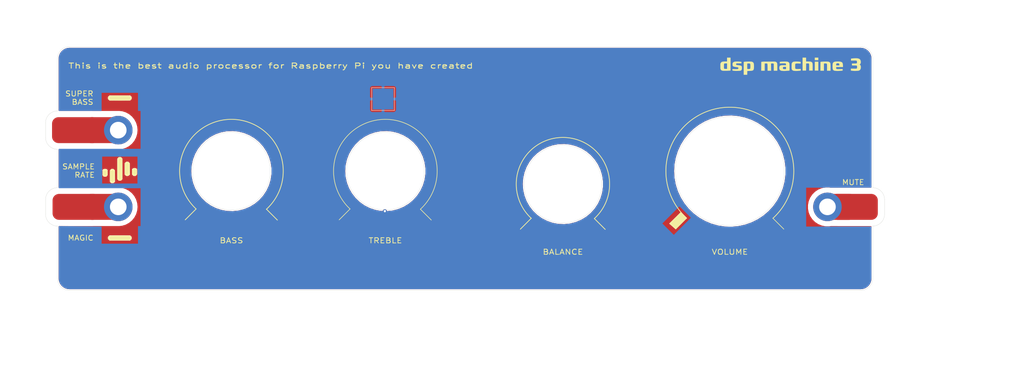
<source format=kicad_pcb>
(kicad_pcb (version 20211014) (generator pcbnew)
  (layers (0 "F.Cu" signal) (31 "B.Cu" signal) (34 "B.Paste" user) (35 "F.Paste" user) (36 "B.SilkS" user "B.Silkscreen") (37 "F.SilkS" user "F.Silkscreen") (38 "B.Mask" user) (39 "F.Mask" user) (44 "Edge.Cuts" user))
  (net 0 "")
  (net 1 "Net-(J1-Pad1)")
  (net 2 "Net-(J2-Pad1)")
  (net 3 "GND")
  (net 4 "Net-(J3-Pad1)")
  (footprint "TestPoint:TestPoint_Pad_4.0x4.0mm" (layer "F.Cu") (at 72.2 108.6)
    (fp_text reference "TP1" hide)
    (fp_text value "TestPoint")
    (pad "1" smd roundrect locked (at -2.75 0) (size 9 5) (layers "F.Cu" "F.Mask") (net 1 "Net-(J1-Pad1)") (clearance 1.2))
    (pad "1" smd oval locked (at 3 0) (size 10 5) (layers "F.Cu" "F.Mask") (net 1 "Net-(J1-Pad1)") (clearance 1.2))
  )
  (footprint "TestPoint:TestPoint_THTPad_D2.0mm_Drill1.0mm" (layer "F.Cu") (at 78 108.6)
    (fp_text reference "J1" hide)
    (fp_text value "Conn_01x01_Male")
    (pad "1" thru_hole circle locked (at -0.3 0) (size 5.5 5.5) (drill 3.2) (layers *.Cu *.Mask) (net 1 "Net-(J1-Pad1)"))
  )
  (footprint "TestPoint:TestPoint_THTPad_D2.0mm_Drill1.0mm" (layer "F.Cu") (at 77.7 123.4)
    (fp_text reference "J2" hide)
    (fp_text value "Conn_01x01_Male")
    (pad "1" thru_hole circle locked (at 0 0) (size 5.5 5.5) (drill 3.2) (layers *.Cu *.Mask) (net 2 "Net-(J2-Pad1)"))
  )
  (footprint "TestPoint:TestPoint_THTPad_D2.0mm_Drill1.0mm" (layer "F.Cu") (at 214.3 123.4)
    (fp_text reference "J3" hide)
    (fp_text value "Conn_01x01_Male")
    (pad "1" thru_hole circle locked (at 0 0) (size 5.5 5.5) (drill 3.2) (layers *.Cu *.Mask) (net 4 "Net-(J3-Pad1)") (clearance 1))
  )
  (footprint "TestPoint:TestPoint_Pad_4.0x4.0mm" (layer "F.Cu") (at 216.37 123.4)
    (fp_text reference "TP6" hide)
    (fp_text value "TestPoint")
    (pad "1" smd oval locked (at 0 0) (size 9 5) (layers "F.Cu" "F.Mask") (net 4 "Net-(J3-Pad1)") (clearance 1.2) (thermal_gap 2))
    (pad "1" smd roundrect locked (at 3.13 0) (size 9 5) (layers "F.Cu" "F.Mask") (net 4 "Net-(J3-Pad1)") (clearance 1.2) (thermal_gap 2))
  )
  (footprint "TestPoint:TestPoint_Pad_4.0x4.0mm" (layer "F.Cu") (at 72.3 123.4)
    (fp_text reference "TP1" hide)
    (fp_text value "TestPoint")
    (pad "1" smd oval locked (at 2.9 0) (size 10 5) (layers "F.Cu" "F.Mask") (net 2 "Net-(J2-Pad1)") (clearance 1.2))
    (pad "1" smd roundrect locked (at -2.75 0) (size 9 5) (layers "F.Cu" "F.Mask") (net 2 "Net-(J2-Pad1)") (clearance 1.2))
  )
  (footprint "Сайт-сом:DSPM_3" (layer "F.Cu") (at 207.2 96.260955)
    (fp_text reference "G***" hide)
    (fp_text value "LOGO" hide)
    (fp_poly (pts (xy 5.334 -1.154545) (xy 4.664364 -1.154545) (xy 4.664364 -1.639455) (xy 5.334 -1.639455) (xy 5.334 -1.154545)) (layer "F.SilkS") (width 0.01) (fill solid))
    (fp_poly (pts (xy -10.187681 -0.89227) (xy -9.978469 -0.883867) (xy -9.770153 -0.867117) (xy -9.571991 -0.842038) (xy -9.553863 -0.839196) (xy -9.467273 -0.82537) (xy -9.467273 -0.538268) (xy -9.953911 -0.540452) (xy -10.116301 -0.54094) (xy -10.238712 -0.540407) (xy -10.327344 -0.538345) (xy -10.388397 -0.534245) (xy -10.428071 -0.527598) (xy -10.452566 -0.517896) (xy -10.468083 -0.504629) (xy -10.473456 -0.497814) (xy -10.4997 -0.435694) (xy -10.503174 -0.364007) (xy -10.48703 -0.296709) (xy -10.454424 -0.247753) (xy -10.413144 -0.230909) (xy -10.383181 -0.227967) (xy -10.317525 -0.21998) (xy -10.226235 -0.208211) (xy -10.13193 -0.195627) (xy -9.924652 -0.165845) (xy -9.758837 -0.136502) (xy -9.62991 -0.104358) (xy -9.5333 -0.066174) (xy -9.464432 -0.018709) (xy -9.418734 0.041275) (xy -9.391633 0.117019) (xy -9.378555 0.211761) (xy -9.374928 0.328741) (xy -9.374909 0.340635) (xy -9.379908 0.487589) (xy -9.396613 0.599159) (xy -9.427584 0.68523) (xy -9.475382 0.755685) (xy -9.485286 0.766736) (xy -9.532561 0.81042) (xy -9.587772 0.844337) (xy -9.657285 0.869773) (xy -9.747462 0.888014) (xy -9.864668 0.900347) (xy -10.015265 0.908057) (xy -10.205619 0.912432) (xy -10.206182 0.91244) (xy -10.351456 0.914041) (xy -10.485901 0.914523) (xy -10.600742 0.913932) (xy -10.687204 0.912315) (xy -10.736514 0.909718) (xy -10.737273 0.909632) (xy -10.799031 0.902047) (xy -10.889013 0.890554) (xy -10.989673 0.877399) (xy -11.008591 0.874893) (xy -11.199091 0.849594) (xy -11.199091 0.563936) (xy -10.691295 0.573393) (xy -10.505675 0.576446) (xy -10.361099 0.576801) (xy -10.252438 0.572868) (xy -10.174567 0.563056) (xy -10.12236 0.545776) (xy -10.09069 0.519435) (xy -10.074431 0.482445) (xy -10.068457 0.433215) (xy -10.067636 0.379896) (xy -10.06822 0.325814) (xy -10.074105 0.285603) (xy -10.091493 0.256215) (xy -10.126582 0.234602) (xy -10.185573 0.217715) (xy -10.274667 0.202507) (xy -10.400065 0.185929) (xy -10.483273 0.175556) (xy -10.669483 0.150105) (xy -10.815519 0.124145) (xy -10.927358 0.095439) (xy -11.010975 0.061756) (xy -11.072345 0.02086) (xy -11.117445 -0.029483) (xy -11.142133 -0.070761) (xy -11.164505 -0.142276) (xy -11.178096 -0.243203) (xy -11.182471 -0.357534) (xy -11.177196 -0.46926) (xy -11.161835 -0.562372) (xy -11.156022 -0.581891) (xy -11.099528 -0.68105) (xy -11.006715 -0.766061) (xy -10.887029 -0.828938) (xy -10.848288 -0.841997) (xy -10.728091 -0.867188) (xy -10.571751 -0.88395) (xy -10.388528 -0.892304) (xy -10.187681 -0.89227)) (layer "F.SilkS") (width 0.01) (fill solid))
    (fp_poly (pts (xy -0.954473 -0.886098) (xy -0.793847 -0.879506) (xy -0.666074 -0.866818) (xy -0.564558 -0.846788) (xy -0.482707 -0.818168) (xy -0.413925 -0.779711) (xy -0.359946 -0.7376) (xy -0.318971 -0.698481) (xy -0.28604 -0.657091) (xy -0.260284 -0.608095) (xy -0.240836 -0.546156) (xy -0.226828 -0.46594) (xy -0.217392 -0.362112) (xy -0.211662 -0.229336) (xy -0.208768 -0.062277) (xy -0.207843 0.1444) (xy -0.207818 0.197764) (xy -0.207818 0.84912) (xy -0.305954 0.863584) (xy -0.464966 0.883067) (xy -0.647026 0.898825) (xy -0.842472 0.910609) (xy -1.041644 0.918171) (xy -1.234879 0.921262) (xy -1.412515 0.919634) (xy -1.564892 0.91304) (xy -1.682347 0.901229) (xy -1.694681 0.899276) (xy -1.824177 0.870209) (xy -1.92453 0.828053) (xy -2.012456 0.765145) (xy -2.038058 0.741887) (xy -2.100773 0.669928) (xy -2.141224 0.58848) (xy -2.163169 0.486061) (xy -2.170364 0.351191) (xy -2.170376 0.348013) (xy -1.477818 0.348013) (xy -1.474315 0.43637) (xy -1.4593 0.498702) (xy -1.426015 0.539484) (xy -1.367704 0.563187) (xy -1.277609 0.574285) (xy -1.148971 0.577251) (xy -1.131454 0.577273) (xy -0.877454 0.577273) (xy -0.877454 0.138545) (xy -1.141351 0.138545) (xy -1.272253 0.14003) (xy -1.36395 0.147368) (xy -1.423391 0.164886) (xy -1.457528 0.196912) (xy -1.47331 0.247772) (xy -1.477689 0.321795) (xy -1.477818 0.348013) (xy -2.170376 0.348013) (xy -2.170417 0.337497) (xy -2.161445 0.183349) (xy -2.132708 0.064701) (xy -2.081897 -0.025704) (xy -2.041379 -0.068078) (xy -1.989936 -0.10559) (xy -1.927463 -0.134524) (xy -1.8478 -0.155853) (xy -1.744792 -0.170551) (xy -1.61228 -0.17959) (xy -1.444107 -0.183945) (xy -1.3035 -0.184727) (xy -0.877454 -0.184727) (xy -0.877454 -0.309169) (xy -0.885649 -0.40777) (xy -0.912278 -0.475203) (xy -0.921751 -0.488124) (xy -0.937349 -0.506064) (xy -0.955203 -0.519527) (xy -0.981583 -0.529116) (xy -1.02276 -0.535432) (xy -1.085005 -0.539079) (xy -1.174588 -0.54066) (xy -1.29778 -0.540776) (xy -1.460852 -0.540031) (xy -1.461759 -0.540026) (xy -1.612106 -0.53856) (xy -1.749885 -0.535947) (xy -1.867298 -0.532437) (xy -1.956545 -0.52828) (xy -2.009828 -0.523723) (xy -2.017826 -0.522268) (xy -2.078182 -0.50712) (xy -2.078182 -0.826077) (xy -1.8415 -0.85669) (xy -1.73957 -0.866704) (xy -1.60433 -0.875407) (xy -1.448645 -0.882216) (xy -1.28538 -0.886547) (xy -1.154545 -0.887841) (xy -0.954473 -0.886098)) (layer "F.SilkS") (width 0.01) (fill solid))
    (fp_poly (pts (xy 12.790634 -1.514452) (xy 12.991277 -1.487092) (xy 13.154878 -1.439674) (xy 13.284475 -1.370435) (xy 13.383107 -1.277614) (xy 13.453815 -1.159447) (xy 13.499637 -1.014171) (xy 13.508563 -0.967557) (xy 13.524719 -0.782333) (xy 13.507954 -0.619417) (xy 13.45886 -0.48433) (xy 13.456251 -0.479616) (xy 13.423636 -0.426301) (xy 13.399437 -0.395102) (xy 13.394248 -0.391811) (xy 13.367471 -0.378831) (xy 13.340478 -0.360186) (xy 13.319905 -0.33981) (xy 13.321113 -0.3172) (xy 13.348423 -0.281777) (xy 13.389897 -0.239173) (xy 13.452844 -0.163912) (xy 13.495052 -0.079831) (xy 13.519764 0.023709) (xy 13.530222 0.157347) (xy 13.531144 0.22427) (xy 13.516044 0.415491) (xy 13.469742 0.573443) (xy 13.391159 0.699863) (xy 13.279215 0.796486) (xy 13.132861 0.865038) (xy 13.062202 0.880508) (xy 12.954843 0.893658) (xy 12.820221 0.904181) (xy 12.667773 0.911765) (xy 12.506937 0.916104) (xy 12.34715 0.916887) (xy 12.197849 0.913805) (xy 12.068473 0.906551) (xy 12.016914 0.901575) (xy 11.91229 0.889179) (xy 11.805829 0.875903) (xy 11.734051 0.866441) (xy 11.614727 0.85003) (xy 11.614691 0.473364) (xy 12.670031 0.48861) (xy 12.73697 0.431047) (xy 12.768736 0.401392) (xy 12.788436 0.37145) (xy 12.798948 0.329767) (xy 12.803146 0.264892) (xy 12.803909 0.165371) (xy 12.803909 0.164532) (xy 12.80383 0.071862) (xy 12.7999 0.001282) (xy 12.786582 -0.050321) (xy 12.758335 -0.086063) (xy 12.709623 -0.109057) (xy 12.634906 -0.122417) (xy 12.528645 -0.129259) (xy 12.385303 -0.132696) (xy 12.272041 -0.134538) (xy 11.822546 -0.142077) (xy 11.822546 -0.503674) (xy 12.258881 -0.51161) (xy 12.428943 -0.515147) (xy 12.558376 -0.520515) (xy 12.652726 -0.530339) (xy 12.717538 -0.547244) (xy 12.758359 -0.573854) (xy 12.780734 -0.612794) (xy 12.79021 -0.666688) (xy 12.792332 -0.738161) (xy 12.792364 -0.764076) (xy 12.790901 -0.859193) (xy 12.783216 -0.933889) (xy 12.764367 -0.990508) (xy 12.729409 -1.031399) (xy 12.6734 -1.058908) (xy 12.591395 -1.07538) (xy 12.478451 -1.083164) (xy 12.329625 -1.084605) (xy 12.139973 -1.082051) (xy 12.123154 -1.081749) (xy 11.637818 -1.072976) (xy 11.637818 -1.450668) (xy 11.724409 -1.464253) (xy 11.849188 -1.480459) (xy 12.004272 -1.495579) (xy 12.173783 -1.508474) (xy 12.341845 -1.518003) (xy 12.492581 -1.523028) (xy 12.549909 -1.523516) (xy 12.790634 -1.514452)) (layer "F.SilkS") (width 0.01) (fill solid))
    (fp_poly (pts (xy 2.978727 -0.905525) (xy 3.411682 -0.896656) (xy 3.565194 -0.893168) (xy 3.68071 -0.889212) (xy 3.766412 -0.883789) (xy 3.830484 -0.875897) (xy 3.881108 -0.864533) (xy 3.926467 -0.848696) (xy 3.973727 -0.827857) (xy 4.043591 -0.79281) (xy 4.100548 -0.755666) (xy 4.145907 -0.711521) (xy 4.180976 -0.655471) (xy 4.207063 -0.582612) (xy 4.225479 -0.48804) (xy 4.237532 -0.36685) (xy 4.24453 -0.214138) (xy 4.247783 -0.025001) (xy 4.248599 0.202045) (xy 4.248727 0.854364) (xy 3.579091 0.854364) (xy 3.579091 0.207818) (xy 3.579401 0.002718) (xy 3.578898 -0.160837) (xy 3.575435 -0.287464) (xy 3.566865 -0.381779) (xy 3.55104 -0.448401) (xy 3.525812 -0.491945) (xy 3.489034 -0.517029) (xy 3.438559 -0.528269) (xy 3.372238 -0.530284) (xy 3.287925 -0.527691) (xy 3.237727 -0.526092) (xy 2.990273 -0.519545) (xy 2.984157 0.167409) (xy 2.97804 0.854364) (xy 2.309091 0.854364) (xy 2.309091 -1.639455) (xy 2.978727 -1.639455) (xy 2.978727 -0.905525)) (layer "F.SilkS") (width 0.01) (fill solid))
    (fp_poly (pts (xy 5.334 0.854364) (xy 4.664364 0.854364) (xy 4.664364 -0.854364) (xy 5.334 -0.854364) (xy 5.334 0.854364)) (layer "F.SilkS") (width 0.01) (fill solid))
    (fp_poly (pts (xy 7.046873 -0.881415) (xy 7.180025 -0.872788) (xy 7.28568 -0.858217) (xy 7.370037 -0.836643) (xy 7.439296 -0.807009) (xy 7.499659 -0.768255) (xy 7.537145 -0.7376) (xy 7.577765 -0.698907) (xy 7.610483 -0.658073) (xy 7.636143 -0.609825) (xy 7.655591 -0.54889) (xy 7.669671 -0.469992) (xy 7.679228 -0.367857) (xy 7.685108 -0.237213) (xy 7.688156 -0.072784) (xy 7.689215 0.130703) (xy 7.689273 0.211932) (xy 7.689273 0.877455) (xy 7.019637 0.877455) (xy 7.019637 0.233467) (xy 7.019413 0.042371) (xy 7.018527 -0.107967) (xy 7.016656 -0.222972) (xy 7.013477 -0.308066) (xy 7.008669 -0.368672) (xy 7.001909 -0.410214) (xy 6.992874 -0.438115) (xy 6.981243 -0.457798) (xy 6.978316 -0.461549) (xy 6.91575 -0.50356) (xy 6.812986 -0.525961) (xy 6.671757 -0.528501) (xy 6.570788 -0.52055) (xy 6.419273 -0.504324) (xy 6.419273 0.877455) (xy 5.749068 0.877455) (xy 5.761182 -0.819727) (xy 5.957455 -0.850532) (xy 6.047404 -0.860812) (xy 6.174074 -0.869867) (xy 6.328009 -0.877241) (xy 6.499753 -0.882476) (xy 6.673273 -0.885073) (xy 6.880022 -0.885157) (xy 7.046873 -0.881415)) (layer "F.SilkS") (width 0.01) (fill solid))
    (fp_poly (pts (xy 1.325534 -0.889357) (xy 1.54496 -0.874136) (xy 1.749137 -0.850701) (xy 1.939637 -0.824274) (xy 1.939637 -0.50102) (xy 1.5875 -0.515796) (xy 1.383998 -0.521576) (xy 1.222103 -0.519674) (xy 1.097805 -0.509633) (xy 1.007099 -0.490994) (xy 0.945976 -0.4633) (xy 0.919609 -0.439488) (xy 0.904327 -0.416048) (xy 0.893207 -0.384421) (xy 0.885607 -0.337529) (xy 0.880884 -0.268292) (xy 0.878399 -0.169632) (xy 0.877508 -0.034471) (xy 0.877455 0.025649) (xy 0.877841 0.174719) (xy 0.87945 0.284591) (xy 0.882954 0.362246) (xy 0.889029 0.414667) (xy 0.898346 0.448833) (xy 0.911581 0.471726) (xy 0.921578 0.482851) (xy 0.976448 0.514274) (xy 1.069613 0.536059) (xy 1.202781 0.548357) (xy 1.377658 0.551316) (xy 1.595951 0.545087) (xy 1.619833 0.543983) (xy 1.962727 0.527661) (xy 1.962727 0.850304) (xy 1.876137 0.864196) (xy 1.704065 0.886832) (xy 1.510844 0.903948) (xy 1.308286 0.915185) (xy 1.108207 0.920182) (xy 0.92242 0.918581) (xy 0.762738 0.910023) (xy 0.678922 0.900615) (xy 0.544373 0.874617) (xy 0.443485 0.838583) (xy 0.363964 0.787061) (xy 0.314555 0.738999) (xy 0.262344 0.667773) (xy 0.224012 0.591324) (xy 0.214896 0.561332) (xy 0.206484 0.495263) (xy 0.20053 0.394653) (xy 0.196938 0.268826) (xy 0.195611 0.127106) (xy 0.196454 -0.021181) (xy 0.199369 -0.166712) (xy 0.204261 -0.300162) (xy 0.211034 -0.412207) (xy 0.219592 -0.493521) (xy 0.226108 -0.525621) (xy 0.276831 -0.634311) (xy 0.3543 -0.732152) (xy 0.445665 -0.804113) (xy 0.47783 -0.820105) (xy 0.588052 -0.852709) (xy 0.735752 -0.876124) (xy 0.913112 -0.890163) (xy 1.112312 -0.894636) (xy 1.325534 -0.889357)) (layer "F.SilkS") (width 0.01) (fill solid))
    (fp_poly (pts (xy -7.889017 -0.886395) (xy -7.757447 -0.884339) (xy -7.65599 -0.880025) (xy -7.576619 -0.8729) (xy -7.511305 -0.86241) (xy -7.452021 -0.848002) (xy -7.437886 -0.843925) (xy -7.299754 -0.78698) (xy -7.197797 -0.705737) (xy -7.12578 -0.594184) (xy -7.095386 -0.513597) (xy -7.076971 -0.425474) (xy -7.063476 -0.303516) (xy -7.054889 -0.158232) (xy -7.051197 -0.00013) (xy -7.052387 0.160282) (xy -7.058448 0.312496) (xy -7.069366 0.446003) (xy -7.085128 0.550296) (xy -7.096709 0.593909) (xy -7.134998 0.682653) (xy -7.185377 0.753619) (xy -7.252971 0.808776) (xy -7.342905 0.850093) (xy -7.460305 0.879539) (xy -7.610294 0.899083) (xy -7.797999 0.910694) (xy -7.931727 0.914689) (xy -8.347363 0.923632) (xy -8.353708 1.293089) (xy -8.360053 1.662545) (xy -9.028545 1.662545) (xy -9.028545 0.428545) (xy -9.028231 0.194253) (xy -9.027326 -0.025879) (xy -9.025891 -0.227574) (xy -9.023985 -0.406553) (xy -9.022495 -0.504324) (xy -8.358909 -0.504324) (xy -8.358909 0.009535) (xy -8.358246 0.159134) (xy -8.356388 0.292978) (xy -8.353534 0.404248) (xy -8.349882 0.486128) (xy -8.345631 0.531801) (xy -8.343515 0.538788) (xy -8.310801 0.548361) (xy -8.244295 0.553776) (xy -8.156167 0.555361) (xy -8.058591 0.553443) (xy -7.963735 0.548349) (xy -7.883773 0.540405) (xy -7.830875 0.52994) (xy -7.819417 0.5247) (xy -7.786393 0.483953) (xy -7.76241 0.414035) (xy -7.746726 0.310527) (xy -7.738596 0.16901) (xy -7.737011 0.034636) (xy -7.74051 -0.146837) (xy -7.750701 -0.286308) (xy -7.76813 -0.387543) (xy -7.793342 -0.454311) (xy -7.811206 -0.478193) (xy -7.866932 -0.50727) (xy -7.958956 -0.524443) (xy -8.07872 -0.528797) (xy -8.207394 -0.52055) (xy -8.358909 -0.504324) (xy -9.022495 -0.504324) (xy -9.021668 -0.55854) (xy -9.018999 -0.679256) (xy -9.016038 -0.764424) (xy -9.012844 -0.809765) (xy -9.011227 -0.81614) (xy -8.967486 -0.829667) (xy -8.884834 -0.842917) (xy -8.770541 -0.85535) (xy -8.631877 -0.866428) (xy -8.476113 -0.875611) (xy -8.310518 -0.882361) (xy -8.142363 -0.88614) (xy -8.058727 -0.886747) (xy -7.889017 -0.886395)) (layer "F.SilkS") (width 0.01) (fill solid))
    (fp_poly (pts (xy -3.149745 -0.878161) (xy -3.028112 -0.86997) (xy -2.932756 -0.855309) (xy -2.85707 -0.832937) (xy -2.794447 -0.801613) (xy -2.738279 -0.760099) (xy -2.706776 -0.731551) (xy -2.668278 -0.691152) (xy -2.637267 -0.647539) (xy -2.612949 -0.595433) (xy -2.594529 -0.529553) (xy -2.581213 -0.444619) (xy -2.572206 -0.33535) (xy -2.566715 -0.196465) (xy -2.563945 -0.022685) (xy -2.5631 0.191272) (xy -2.563091 0.223555) (xy -2.563091 0.877455) (xy -3.232727 0.877455) (xy -3.232727 -0.435375) (xy -3.293568 -0.483233) (xy -3.36606 -0.517713) (xy -3.471559 -0.531376) (xy -3.613712 -0.524548) (xy -3.674004 -0.517214) (xy -3.775363 -0.503336) (xy -3.767785 0.187059) (xy -3.760206 0.877455) (xy -4.431427 0.877455) (xy -4.438213 0.220153) (xy -4.440377 0.019436) (xy -4.442988 -0.140047) (xy -4.447129 -0.263238) (xy -4.453885 -0.35508) (xy -4.46434 -0.420515) (xy -4.479577 -0.464486) (xy -4.500681 -0.491936) (xy -4.528735 -0.507808) (xy -4.564825 -0.517044) (xy -4.601233 -0.523142) (xy -4.669698 -0.527883) (xy -4.761377 -0.526252) (xy -4.836316 -0.520529) (xy -4.987636 -0.504324) (xy -4.987636 0.877455) (xy -5.657842 0.877455) (xy -5.651784 0.028864) (xy -5.645727 -0.819727) (xy -5.449454 -0.850424) (xy -5.396198 -0.857959) (xy -5.338746 -0.864136) (xy -5.272461 -0.869046) (xy -5.192707 -0.872777) (xy -5.094846 -0.875418) (xy -4.974244 -0.87706) (xy -4.826261 -0.877791) (xy -4.646263 -0.8777) (xy -4.429612 -0.876876) (xy -4.171671 -0.87541) (xy -4.156363 -0.875314) (xy -4.079072 -0.875263) (xy -3.965966 -0.87577) (xy -3.827408 -0.876759) (xy -3.673761 -0.878155) (xy -3.515389 -0.879882) (xy -3.498273 -0.880088) (xy -3.304262 -0.88112) (xy -3.149745 -0.878161)) (layer "F.SilkS") (width 0.01) (fill solid))
    (fp_poly (pts (xy 9.432266 -0.884135) (xy 9.629895 -0.85154) (xy 9.787019 -0.799981) (xy 9.904242 -0.729308) (xy 9.982165 -0.639369) (xy 9.990919 -0.623392) (xy 10.03381 -0.508268) (xy 10.065613 -0.356877) (xy 10.084867 -0.17812) (xy 10.09027 -0.017318) (xy 10.090727 0.161636) (xy 8.774546 0.161636) (xy 8.774546 0.321597) (xy 8.77617 0.408167) (xy 8.783814 0.462385) (xy 8.801632 0.498044) (xy 8.83378 0.528936) (xy 8.838046 0.532376) (xy 8.859114 0.548218) (xy 8.88164 0.560211) (xy 8.911664 0.568719) (xy 8.955224 0.574105) (xy 9.018357 0.576734) (xy 9.107104 0.576968) (xy 9.227502 0.575171) (xy 9.385589 0.571708) (xy 9.4615 0.569919) (xy 10.021455 0.556644) (xy 10.021455 0.84912) (xy 9.923318 0.863584) (xy 9.725794 0.887501) (xy 9.507155 0.90512) (xy 9.279527 0.916126) (xy 9.055034 0.920207) (xy 8.845803 0.917046) (xy 8.663958 0.90633) (xy 8.588209 0.898186) (xy 8.449611 0.87368) (xy 8.337873 0.836659) (xy 8.250327 0.782574) (xy 8.184305 0.706874) (xy 8.137139 0.605009) (xy 8.10616 0.472428) (xy 8.088699 0.304581) (xy 8.082089 0.096917) (xy 8.081818 0.034636) (xy 8.085981 -0.193292) (xy 8.093758 -0.289686) (xy 8.774546 -0.289686) (xy 8.774546 -0.138545) (xy 9.398 -0.138545) (xy 9.397871 -0.236682) (xy 9.387817 -0.361857) (xy 9.359512 -0.457826) (xy 9.3152 -0.518371) (xy 9.291199 -0.532191) (xy 9.239731 -0.543082) (xy 9.159035 -0.550947) (xy 9.066044 -0.554171) (xy 9.060629 -0.554182) (xy 8.968307 -0.552416) (xy 8.908592 -0.544892) (xy 8.867977 -0.528274) (xy 8.832949 -0.499222) (xy 8.831223 -0.497504) (xy 8.799483 -0.458995) (xy 8.782255 -0.414103) (xy 8.775401 -0.347656) (xy 8.774546 -0.289686) (xy 8.093758 -0.289686) (xy 8.101036 -0.379872) (xy 8.130829 -0.529399) (xy 8.179208 -0.646165) (xy 8.250022 -0.734464) (xy 8.347116 -0.79859) (xy 8.474339 -0.842837) (xy 8.635539 -0.871498) (xy 8.834562 -0.888867) (xy 8.913091 -0.893037) (xy 9.193532 -0.897917) (xy 9.432266 -0.884135)) (layer "F.SilkS") (width 0.01) (fill solid))
    (fp_poly (pts (xy -11.568545 0.830393) (xy -11.6205 0.842155) (xy -11.714937 0.857779) (xy -11.845341 0.871256) (xy -12.002713 0.882383) (xy -12.178054 0.890954) (xy -12.362366 0.896768) (xy -12.546648 0.89962) (xy -12.721903 0.899307) (xy -12.879131 0.895624) (xy -13.009333 0.888369) (xy -13.103511 0.877338) (xy -13.111244 0.875893) (xy -13.260899 0.828589) (xy -13.375579 0.751976) (xy -13.456861 0.64497) (xy -13.462 0.635) (xy -13.481051 0.595284) (xy -13.495373 0.557935) (xy -13.505637 0.515805) (xy -13.512521 0.461746) (xy -13.516697 0.388609) (xy -13.51884 0.289244) (xy -13.519624 0.156504) (xy -13.519727 0.023091) (xy -13.519727 0.014659) (xy -12.838545 0.014659) (xy -12.83852 0.181778) (xy -12.835929 0.308353) (xy -12.827003 0.400006) (xy -12.80797 0.462358) (xy -12.775061 0.501032) (xy -12.724505 0.52165) (xy -12.652531 0.529833) (xy -12.555368 0.531204) (xy -12.492182 0.531091) (xy -12.238182 0.531091) (xy -12.238182 -0.531091) (xy -12.490506 -0.531091) (xy -12.601674 -0.530594) (xy -12.676328 -0.527797) (xy -12.724133 -0.520742) (xy -12.754755 -0.507468) (xy -12.77786 -0.486017) (xy -12.790688 -0.47025) (xy -12.807683 -0.445672) (xy -12.820112 -0.416774) (xy -12.828683 -0.376384) (xy -12.834103 -0.31733) (xy -12.837081 -0.23244) (xy -12.838324 -0.114542) (xy -12.838545 0.014659) (xy -13.519727 0.014659) (xy -13.519727 -0.473364) (xy -13.450454 -0.61156) (xy -13.398991 -0.696312) (xy -13.335344 -0.763668) (xy -13.254232 -0.815357) (xy -13.150376 -0.853103) (xy -13.018496 -0.878635) (xy -12.85331 -0.89368) (xy -12.64954 -0.899963) (xy -12.567227 -0.900412) (xy -12.238182 -0.900545) (xy -12.238182 -1.639455) (xy -11.568545 -1.639455) (xy -11.568545 0.830393)) (layer "F.SilkS") (width 0.01) (fill solid))
  )
  (footprint "Сайт-сом:SampleRate66" (layer "F.Cu") (at 78 116.3)
    (fp_text reference "G***" hide)
    (fp_text value "LOGO" hide)
  )
  (footprint "Сайт-сом:SampleRateSilk66" (layer "F.Cu") (at 78 116.3)
    (fp_text reference "G***" hide)
    (fp_text value "LOGO" hide)
    (fp_poly (pts (xy -1.378831 -0.208969) (xy -1.300357 -0.194919) (xy -1.239963 -0.176219) (xy -1.188485 -0.152134) (xy -1.140648 -0.119573) (xy -1.091184 -0.07545) (xy -1.083561 -0.067906) (xy -1.037503 -0.017767) (xy -1.003457 0.029978) (xy -0.978334 0.080602) (xy -0.959045 0.139375) (xy -0.956548 0.14889) (xy -0.953935 0.159566) (xy -0.951608 0.170657) (xy -0.949551 0.183159) (xy -0.947748 0.198067) (xy -0.946182 0.216378) (xy -0.944836 0.239089) (xy -0.943693 0.267194) (xy -0.942737 0.30169) (xy -0.941952 0.343574) (xy -0.94132 0.393841) (xy -0.940825 0.453487) (xy -0.940451 0.523508) (xy -0.94018 0.604902) (xy -0.939997 0.698663) (xy -0.939884 0.805787) (xy -0.939824 0.927272) (xy -0.939802 1.064112) (xy -0.9398 1.151466) (xy -0.939808 1.297729) (xy -0.939844 1.428054) (xy -0.939923 1.543439) (xy -0.940064 1.644878) (xy -0.940282 1.733368) (xy -0.940593 1.809905) (xy -0.941016 1.875486) (xy -0.941566 1.931105) (xy -0.942259 1.97776) (xy -0.943114 2.016447) (xy -0.944145 2.048161) (xy -0.94537 2.073899) (xy -0.946806 2.094656) (xy -0.948469 2.11143) (xy -0.950376 2.125215) (xy -0.952543 2.137008) (xy -0.954987 2.147805) (xy -0.956548 2.154043) (xy -0.975247 2.214436) (xy -0.999333 2.265915) (xy -1.031893 2.313751) (xy -1.076017 2.363216) (xy -1.083561 2.370839) (xy -1.133699 2.416896) (xy -1.181445 2.450942) (xy -1.232068 2.476066) (xy -1.290842 2.495355) (xy -1.300357 2.497852) (xy -1.387844 2.512241) (xy -1.474188 2.510007) (xy -1.539319 2.497455) (xy -1.599476 2.478226) (xy -1.651321 2.453091) (xy -1.70003 2.418982) (xy -1.750777 2.372829) (xy -1.752772 2.370839) (xy -1.79883 2.3207) (xy -1.832876 2.272955) (xy -1.857999 2.222331) (xy -1.877288 2.163558) (xy -1.879785 2.154043) (xy -1.882398 2.143367) (xy -1.884725 2.132276) (xy -1.886782 2.119774) (xy -1.888585 2.104866) (xy -1.890151 2.086555) (xy -1.891497 2.063844) (xy -1.89264 2.035739) (xy -1.893596 2.001243) (xy -1.894381 1.959359) (xy -1.895013 1.909092) (xy -1.895508 1.849446) (xy -1.895882 1.779425) (xy -1.896153 1.698031) (xy -1.896336 1.60427) (xy -1.896449 1.497146) (xy -1.896509 1.375661) (xy -1.896531 1.238821) (xy -1.896533 1.151466) (xy -1.896525 1.005204) (xy -1.896489 0.874879) (xy -1.89641 0.759494) (xy -1.896269 0.658055) (xy -1.896051 0.569565) (xy -1.89574 0.493028) (xy -1.895317 0.427447) (xy -1.894767 0.371828) (xy -1.894074 0.325173) (xy -1.893219 0.286486) (xy -1.892188 0.254772) (xy -1.890963 0.229034) (xy -1.889527 0.208277) (xy -1.887864 0.191503) (xy -1.885957 0.177718) (xy -1.88379 0.165925) (xy -1.881346 0.155128) (xy -1.879785 0.14889) (xy -1.861086 0.088497) (xy -1.837 0.037018) (xy -1.80444 -0.010818) (xy -1.760316 -0.060283) (xy -1.752772 -0.067906) (xy -1.702634 -0.113963) (xy -1.654888 -0.148009) (xy -1.604265 -0.173133) (xy -1.545491 -0.192422) (xy -1.535976 -0.194919) (xy -1.455924 -0.209115) (xy -1.378831 -0.208969)) (layer "F.SilkS") (width 0.01) (fill solid))
    (fp_poly (pts (xy -2.786912 -0.198819) (xy -2.726717 -0.186936) (xy -2.667534 -0.169437) (xy -2.616911 -0.148213) (xy -2.613452 -0.146408) (xy -2.580094 -0.124415) (xy -2.541464 -0.092376) (xy -2.501633 -0.054363) (xy -2.464676 -0.014448) (xy -2.434666 0.023293) (xy -2.418992 0.048052) (xy -2.405027 0.07894) (xy -2.390694 0.118016) (xy -2.379068 0.156888) (xy -2.378948 0.157357) (xy -2.374527 0.175907) (xy -2.370953 0.194769) (xy -2.368138 0.215933) (xy -2.365992 0.24139) (xy -2.364427 0.273131) (xy -2.363355 0.313145) (xy -2.362687 0.363422) (xy -2.362334 0.425954) (xy -2.362207 0.502731) (xy -2.3622 0.5334) (xy -2.362268 0.615643) (xy -2.362532 0.682944) (xy -2.363079 0.737293) (xy -2.364 0.78068) (xy -2.365382 0.815095) (xy -2.367313 0.842529) (xy -2.369884 0.864973) (xy -2.373182 0.884416) (xy -2.377296 0.902849) (xy -2.378948 0.909443) (xy -2.397647 0.969836) (xy -2.421733 1.021315) (xy -2.454293 1.069151) (xy -2.498417 1.118616) (xy -2.505961 1.126239) (xy -2.556099 1.172296) (xy -2.603845 1.206342) (xy -2.654468 1.231466) (xy -2.713242 1.250755) (xy -2.722757 1.253252) (xy -2.810244 1.267641) (xy -2.896588 1.265407) (xy -2.961719 1.252855) (xy -3.033013 1.22878) (xy -3.095536 1.195061) (xy -3.155237 1.148422) (xy -3.161195 1.143) (xy -3.218208 1.081353) (xy -3.262962 1.0136) (xy -3.29316 0.943233) (xy -3.293658 0.941635) (xy -3.297808 0.927247) (xy -3.301215 0.912337) (xy -3.303953 0.895144) (xy -3.306094 0.873906) (xy -3.307711 0.846863) (xy -3.308875 0.812252) (xy -3.30966 0.768313) (xy -3.310138 0.713284) (xy -3.310381 0.645403) (xy -3.310463 0.562909) (xy -3.310466 0.5334) (xy -3.310421 0.445902) (xy -3.310237 0.373576) (xy -3.309841 0.31466) (xy -3.309162 0.267393) (xy -3.308126 0.230014) (xy -3.306661 0.20076) (xy -3.304694 0.177872) (xy -3.302153 0.159586) (xy -3.298966 0.144143) (xy -3.295059 0.12978) (xy -3.293658 0.125164) (xy -3.265764 0.05934) (xy -3.224465 -0.005381) (xy -3.173052 -0.065054) (xy -3.114813 -0.115737) (xy -3.06724 -0.146235) (xy -3.018566 -0.167562) (xy -2.960488 -0.185405) (xy -2.900456 -0.197889) (xy -2.845922 -0.203144) (xy -2.840566 -0.2032) (xy -2.786912 -0.198819)) (layer "F.SilkS") (width 0.01) (fill solid))
    (fp_poly (pts (xy 1.488755 -1.587353) (xy 1.548949 -1.575469) (xy 1.608133 -1.557971) (xy 1.658756 -1.536746) (xy 1.662214 -1.534941) (xy 1.695572 -1.512949) (xy 1.734203 -1.480909) (xy 1.774033 -1.442896) (xy 1.81099 -1.402982) (xy 1.841 -1.36524) (xy 1.856674 -1.340481) (xy 1.87064 -1.309594) (xy 1.884973 -1.270518) (xy 1.896598 -1.231645) (xy 1.896719 -1.231177) (xy 1.899338 -1.220477) (xy 1.901669 -1.209362) (xy 1.903729 -1.196835) (xy 1.905534 -1.181896) (xy 1.907102 -1.163546) (xy 1.908448 -1.140788) (xy 1.90959 -1.112621) (xy 1.910545 -1.078049) (xy 1.911329 -1.036071) (xy 1.911959 -0.98569) (xy 1.912452 -0.925907) (xy 1.912824 -0.855722) (xy 1.913093 -0.774138) (xy 1.913274 -0.680156) (xy 1.913386 -0.572776) (xy 1.913444 -0.451002) (xy 1.913465 -0.313832) (xy 1.913467 -0.232833) (xy 1.913459 -0.086918) (xy 1.913423 0.043064) (xy 1.913342 0.158109) (xy 1.913201 0.259217) (xy 1.912981 0.347386) (xy 1.912667 0.423615) (xy 1.912242 0.488903) (xy 1.911688 0.544248) (xy 1.91099 0.590649) (xy 1.910129 0.629105) (xy 1.909091 0.660614) (xy 1.907857 0.686175) (xy 1.906411 0.706786) (xy 1.904736 0.723447) (xy 1.902816 0.737155) (xy 1.900634 0.74891) (xy 1.898173 0.759711) (xy 1.896719 0.76551) (xy 1.878019 0.825903) (xy 1.853934 0.877382) (xy 1.821373 0.925218) (xy 1.77725 0.974682) (xy 1.769706 0.982306) (xy 1.719567 1.028363) (xy 1.671822 1.062409) (xy 1.621198 1.087533) (xy 1.562425 1.106821) (xy 1.55291 1.109318) (xy 1.465422 1.123708) (xy 1.379078 1.121473) (xy 1.313947 1.108922) (xy 1.253791 1.089692) (xy 1.201946 1.064558) (xy 1.153237 1.030449) (xy 1.102489 0.984295) (xy 1.100494 0.982306) (xy 1.054437 0.932167) (xy 1.020391 0.884422) (xy 0.995267 0.833798) (xy 0.975979 0.775025) (xy 0.973482 0.76551) (xy 0.970863 0.75481) (xy 0.968532 0.743695) (xy 0.966472 0.731168) (xy 0.964666 0.716229) (xy 0.963099 0.697879) (xy 0.961752 0.675121) (xy 0.96061 0.646954) (xy 0.959655 0.612382) (xy 0.958871 0.570404) (xy 0.958241 0.520023) (xy 0.957748 0.46024) (xy 0.957376 0.390055) (xy 0.957107 0.308471) (xy 0.956926 0.214489) (xy 0.956815 0.107109) (xy 0.956757 -0.014665) (xy 0.956736 -0.151835) (xy 0.956734 -0.232834) (xy 0.956742 -0.378749) (xy 0.956778 -0.508731) (xy 0.956858 -0.623776) (xy 0.956999 -0.724884) (xy 0.957219 -0.813053) (xy 0.957533 -0.889282) (xy 0.957958 -0.95457) (xy 0.958512 -1.009915) (xy 0.959211 -1.056316) (xy 0.960071 -1.094772) (xy 0.96111 -1.126281) (xy 0.962344 -1.151842) (xy 0.96379 -1.172453) (xy 0.965464 -1.189114) (xy 0.967384 -1.202822) (xy 0.969567 -1.214577) (xy 0.972028 -1.225378) (xy 0.973482 -1.231177) (xy 0.985052 -1.269991) (xy 0.999369 -1.309119) (xy 1.013359 -1.340167) (xy 1.013526 -1.340481) (xy 1.035518 -1.373839) (xy 1.067558 -1.41247) (xy 1.105571 -1.4523) (xy 1.145485 -1.489257) (xy 1.183227 -1.519267) (xy 1.207986 -1.534941) (xy 1.257596 -1.556383) (xy 1.316372 -1.574249) (xy 1.376764 -1.586652) (xy 1.431221 -1.591704) (xy 1.4351 -1.591734) (xy 1.488755 -1.587353)) (layer "F.SilkS") (width 0.01) (fill solid))
    (fp_poly (pts (xy 0.052036 -2.486502) (xy 0.13051 -2.472452) (xy 0.190903 -2.453753) (xy 0.242382 -2.429667) (xy 0.290218 -2.397107) (xy 0.339683 -2.352983) (xy 0.347306 -2.345439) (xy 0.393363 -2.295301) (xy 0.427409 -2.247555) (xy 0.452533 -2.196932) (xy 0.471822 -2.138158) (xy 0.474319 -2.128643) (xy 0.476212 -2.120965) (xy 0.477957 -2.112872) (xy 0.47956 -2.103678) (xy 0.481026 -2.092696) (xy 0.482363 -2.079237) (xy 0.483575 -2.062615) (xy 0.484669 -2.042142) (xy 0.485651 -2.01713) (xy 0.486528 -1.986894) (xy 0.487304 -1.950744) (xy 0.487986 -1.907994) (xy 0.488581 -1.857957) (xy 0.489094 -1.799945) (xy 0.489531 -1.73327) (xy 0.489898 -1.657246) (xy 0.490201 -1.571185) (xy 0.490447 -1.4744) (xy 0.490642 -1.366203) (xy 0.490791 -1.245907) (xy 0.4909 -1.112825) (xy 0.490976 -0.966269) (xy 0.491025 -0.805552) (xy 0.491052 -0.629987) (xy 0.491064 -0.438886) (xy 0.491067 -0.231562) (xy 0.491067 -0.224367) (xy 0.491064 -0.01649) (xy 0.491053 0.17514) (xy 0.491026 0.351212) (xy 0.490978 0.512413) (xy 0.490903 0.659429) (xy 0.490795 0.792949) (xy 0.490648 0.91366) (xy 0.490455 1.022249) (xy 0.490211 1.119404) (xy 0.489909 1.205811) (xy 0.489544 1.282158) (xy 0.489109 1.349133) (xy 0.488599 1.407423) (xy 0.488007 1.457715) (xy 0.487328 1.500696) (xy 0.486555 1.537055) (xy 0.485682 1.567477) (xy 0.484704 1.592651) (xy 0.483613 1.613265) (xy 0.482405 1.630004) (xy 0.481073 1.643557) (xy 0.479611 1.654611) (xy 0.478013 1.663854) (xy 0.476272 1.671972) (xy 0.474384 1.679653) (xy 0.474319 1.67991) (xy 0.455619 1.740303) (xy 0.431534 1.791782) (xy 0.398973 1.839618) (xy 0.35485 1.889082) (xy 0.347306 1.896706) (xy 0.297167 1.942763) (xy 0.249422 1.976809) (xy 0.198798 2.001933) (xy 0.140025 2.021221) (xy 0.13051 2.023718) (xy 0.043022 2.038108) (xy -0.043322 2.035873) (xy -0.108453 2.023322) (xy -0.168609 2.004092) (xy -0.220454 1.978958) (xy -0.269163 1.944849) (xy -0.319911 1.898695) (xy -0.321906 1.896706) (xy -0.367963 1.846567) (xy -0.402009 1.798822) (xy -0.427133 1.748198) (xy -0.446421 1.689425) (xy -0.448918 1.67991) (xy -0.450811 1.672231) (xy -0.452557 1.664139) (xy -0.454159 1.654945) (xy -0.455626 1.643962) (xy -0.456962 1.630503) (xy -0.458175 1.613881) (xy -0.459269 1.593408) (xy -0.460251 1.568397) (xy -0.461127 1.53816) (xy -0.461903 1.50201) (xy -0.462586 1.459261) (xy -0.46318 1.409223) (xy -0.463693 1.351211) (xy -0.46413 1.284537) (xy -0.464497 1.208513) (xy -0.464801 1.122452) (xy -0.465047 1.025666) (xy -0.465242 0.91747) (xy -0.46539 0.797174) (xy -0.4655 0.664091) (xy -0.465576 0.517536) (xy -0.465625 0.356819) (xy -0.465652 0.181253) (xy -0.465664 -0.009848) (xy -0.465666 -0.217172) (xy -0.465666 -0.224367) (xy -0.465664 -0.432243) (xy -0.465652 -0.623874) (xy -0.465626 -0.799946) (xy -0.465578 -0.961146) (xy -0.465503 -1.108163) (xy -0.465395 -1.241683) (xy -0.465247 -1.362394) (xy -0.465054 -1.470983) (xy -0.46481 -1.568137) (xy -0.464509 -1.654544) (xy -0.464144 -1.730892) (xy -0.463709 -1.797867) (xy -0.463199 -1.856156) (xy -0.462607 -1.906448) (xy -0.461928 -1.94943) (xy -0.461155 -1.985788) (xy -0.460282 -2.016211) (xy -0.459303 -2.041385) (xy -0.458213 -2.061998) (xy -0.457005 -2.078738) (xy -0.455672 -2.092291) (xy -0.45421 -2.103345) (xy -0.452612 -2.112588) (xy -0.450872 -2.120706) (xy -0.448984 -2.128387) (xy -0.448918 -2.128643) (xy -0.430219 -2.189037) (xy -0.406133 -2.240515) (xy -0.373573 -2.288352) (xy -0.329449 -2.337816) (xy -0.321906 -2.345439) (xy -0.271767 -2.391497) (xy -0.224022 -2.425543) (xy -0.173398 -2.450666) (xy -0.114625 -2.469955) (xy -0.10511 -2.472452) (xy -0.025057 -2.486648) (xy 0.052036 -2.486502)) (layer "F.SilkS") (width 0.01) (fill solid))
    (fp_poly (pts (xy 2.902504 -0.359724) (xy 2.962295 -0.347945) (xy 3.020955 -0.330602) (xy 3.071031 -0.309567) (xy 3.075707 -0.307102) (xy 3.136966 -0.266061) (xy 3.19394 -0.212985) (xy 3.24334 -0.151817) (xy 3.281877 -0.086498) (xy 3.302125 -0.035702) (xy 3.306229 -0.021485) (xy 3.309607 -0.006747) (xy 3.312331 0.010246) (xy 3.314469 0.031229) (xy 3.316091 0.057936) (xy 3.317269 0.092101) (xy 3.318071 0.13546) (xy 3.318568 0.189746) (xy 3.31883 0.256695) (xy 3.318926 0.33804) (xy 3.318933 0.381) (xy 3.31889 0.469588) (xy 3.318714 0.542978) (xy 3.318335 0.602903) (xy 3.317682 0.651098) (xy 3.316687 0.689299) (xy 3.315279 0.719239) (xy 3.313388 0.742653) (xy 3.310944 0.761275) (xy 3.307877 0.77684) (xy 3.304117 0.791082) (xy 3.302125 0.797702) (xy 3.272283 0.868087) (xy 3.227834 0.935939) (xy 3.171073 0.997762) (xy 3.169662 0.999066) (xy 3.111578 1.046051) (xy 3.051651 1.080153) (xy 2.983543 1.104819) (xy 2.966843 1.109318) (xy 2.879356 1.123708) (xy 2.793012 1.121473) (xy 2.727881 1.108922) (xy 2.667724 1.089692) (xy 2.615879 1.064558) (xy 2.56717 1.030449) (xy 2.516423 0.984295) (xy 2.514428 0.982306) (xy 2.46837 0.932167) (xy 2.434324 0.884422) (xy 2.409201 0.833798) (xy 2.389912 0.775025) (xy 2.387415 0.76551) (xy 2.383052 0.74722) (xy 2.379513 0.728619) (xy 2.376713 0.707752) (xy 2.374568 0.682668) (xy 2.372992 0.651413) (xy 2.371901 0.612035) (xy 2.371209 0.562582) (xy 2.370831 0.501099) (xy 2.370682 0.425635) (xy 2.370667 0.381) (xy 2.370731 0.29763) (xy 2.370981 0.22924) (xy 2.371502 0.173877) (xy 2.372379 0.12959) (xy 2.373696 0.094424) (xy 2.375539 0.066428) (xy 2.377994 0.043648) (xy 2.381144 0.024132) (xy 2.385075 0.005927) (xy 2.387415 -0.00351) (xy 2.398985 -0.042325) (xy 2.413303 -0.081452) (xy 2.427293 -0.1125) (xy 2.427459 -0.112814) (xy 2.449452 -0.146172) (xy 2.481491 -0.184803) (xy 2.519504 -0.224633) (xy 2.559419 -0.26159) (xy 2.59716 -0.2916) (xy 2.621919 -0.307274) (xy 2.671529 -0.328716) (xy 2.730305 -0.346582) (xy 2.790697 -0.358985) (xy 2.845154 -0.364037) (xy 2.849034 -0.364067) (xy 2.902504 -0.359724)) (layer "F.SilkS") (width 0.01) (fill solid))
  )
  (footprint "Сайт-сом:palka" (layer "F.Cu") (at 78 102.4)
    (fp_text reference "G***" hide)
    (fp_text value "LOGO" hide)
    (fp_poly (pts (xy 0.225009 -0.475359) (xy 0.379716 -0.475186) (xy 0.532099 -0.474921) (xy 0.681196 -0.474565) (xy 0.826043 -0.47412) (xy 0.965677 -0.473582) (xy 1.099136 -0.472954) (xy 1.225457 -0.472234) (xy 1.343678 -0.471424) (xy 1.452834 -0.470523) (xy 1.551964 -0.469531) (xy 1.640104 -0.468449) (xy 1.716292 -0.467275) (xy 1.779565 -0.46601) (xy 1.82896 -0.464655) (xy 1.863513 -0.463209) (xy 1.882264 -0.461671) (xy 1.883833 -0.461396) (xy 1.968431 -0.435284) (xy 2.04558 -0.394861) (xy 2.113709 -0.341696) (xy 2.171252 -0.277355) (xy 2.216641 -0.203408) (xy 2.248307 -0.121421) (xy 2.256329 -0.0889) (xy 2.265453 -0.036273) (xy 2.268025 0.008989) (xy 2.264046 0.055137) (xy 2.256329 0.097367) (xy 2.230217 0.181965) (xy 2.189794 0.259113) (xy 2.136628 0.327243) (xy 2.072288 0.384786) (xy 1.99834 0.430174) (xy 1.916354 0.461841) (xy 1.883833 0.469863) (xy 1.868146 0.471368) (xy 1.836497 0.472784) (xy 1.789847 0.474109) (xy 1.729154 0.475345) (xy 1.65538 0.476491) (xy 1.569486 0.477548) (xy 1.47243 0.478515) (xy 1.365175 0.479393) (xy 1.24868 0.480182) (xy 1.123905 0.480881) (xy 0.991811 0.481492) (xy 0.853359 0.482014) (xy 0.709508 0.482447) (xy 0.561219 0.482792) (xy 0.409452 0.483048) (xy 0.255168 0.483216) (xy 0.099327 0.483295) (xy -0.05711 0.483287) (xy -0.213184 0.48319) (xy -0.367934 0.483006) (xy -0.520399 0.482734) (xy -0.669619 0.482375) (xy -0.814634 0.481927) (xy -0.954483 0.481393) (xy -1.088207 0.480771) (xy -1.214844 0.480062) (xy -1.333435 0.479267) (xy -1.443018 0.478384) (xy -1.542634 0.477414) (xy -1.631323 0.476358) (xy -1.708123 0.475215) (xy -1.772075 0.473986) (xy -1.822218 0.472671) (xy -1.857592 0.471269) (xy -1.877236 0.469782) (xy -1.8796 0.469391) (xy -1.959972 0.443954) (xy -2.035225 0.404381) (xy -2.102686 0.352731) (xy -2.159678 0.291061) (xy -2.203525 0.22143) (xy -2.204477 0.219508) (xy -2.227851 0.163496) (xy -2.246036 0.103046) (xy -2.257345 0.044669) (xy -2.260306 0.004233) (xy -2.255637 -0.047888) (xy -2.242754 -0.107235) (xy -2.223347 -0.167297) (xy -2.204477 -0.211042) (xy -2.160613 -0.281548) (xy -2.103574 -0.343638) (xy -2.035796 -0.39546) (xy -1.959713 -0.43516) (xy -1.87776 -0.460887) (xy -1.875367 -0.461396) (xy -1.859448 -0.462949) (xy -1.827559 -0.464411) (xy -1.780662 -0.465782) (xy -1.71972 -0.467063) (xy -1.645697 -0.468252) (xy -1.559556 -0.469351) (xy -1.462258 -0.470358) (xy -1.354767 -0.471275) (xy -1.238045 -0.472101) (xy -1.113056 -0.472836) (xy -0.980763 -0.47348) (xy -0.842128 -0.474033) (xy -0.698113 -0.474494) (xy -0.549683 -0.474866) (xy -0.3978 -0.475146) (xy -0.243426 -0.475336) (xy -0.087525 -0.475435) (xy 0.068942 -0.475443) (xy 0.225009 -0.475359)) (layer "F.SilkS") (width 0.01) (fill solid))
  )
  (footprint "Сайт-сом:palka_Mask" (layer "F.Cu") (at 78 102.4)
    (fp_text reference "G***" hide)
    (fp_text value "LOGO" hide)
  )
  (footprint "Сайт-сом:palka_Mask" (layer "F.Cu") (at 78 129.4)
    (fp_text reference "G***" hide)
    (fp_text value "LOGO" hide)
  )
  (footprint "Сайт-сом:palka" (layer "F.Cu") (at 78 129.4)
    (fp_text reference "G***" hide)
    (fp_text value "LOGO" hide)
    (fp_poly (pts (xy 0.225009 -0.475359) (xy 0.379716 -0.475186) (xy 0.532099 -0.474921) (xy 0.681196 -0.474565) (xy 0.826043 -0.47412) (xy 0.965677 -0.473582) (xy 1.099136 -0.472954) (xy 1.225457 -0.472234) (xy 1.343678 -0.471424) (xy 1.452834 -0.470523) (xy 1.551964 -0.469531) (xy 1.640104 -0.468449) (xy 1.716292 -0.467275) (xy 1.779565 -0.46601) (xy 1.82896 -0.464655) (xy 1.863513 -0.463209) (xy 1.882264 -0.461671) (xy 1.883833 -0.461396) (xy 1.968431 -0.435284) (xy 2.04558 -0.394861) (xy 2.113709 -0.341696) (xy 2.171252 -0.277355) (xy 2.216641 -0.203408) (xy 2.248307 -0.121421) (xy 2.256329 -0.0889) (xy 2.265453 -0.036273) (xy 2.268025 0.008989) (xy 2.264046 0.055137) (xy 2.256329 0.097367) (xy 2.230217 0.181965) (xy 2.189794 0.259113) (xy 2.136628 0.327243) (xy 2.072288 0.384786) (xy 1.99834 0.430174) (xy 1.916354 0.461841) (xy 1.883833 0.469863) (xy 1.868146 0.471368) (xy 1.836497 0.472784) (xy 1.789847 0.474109) (xy 1.729154 0.475345) (xy 1.65538 0.476491) (xy 1.569486 0.477548) (xy 1.47243 0.478515) (xy 1.365175 0.479393) (xy 1.24868 0.480182) (xy 1.123905 0.480881) (xy 0.991811 0.481492) (xy 0.853359 0.482014) (xy 0.709508 0.482447) (xy 0.561219 0.482792) (xy 0.409452 0.483048) (xy 0.255168 0.483216) (xy 0.099327 0.483295) (xy -0.05711 0.483287) (xy -0.213184 0.48319) (xy -0.367934 0.483006) (xy -0.520399 0.482734) (xy -0.669619 0.482375) (xy -0.814634 0.481927) (xy -0.954483 0.481393) (xy -1.088207 0.480771) (xy -1.214844 0.480062) (xy -1.333435 0.479267) (xy -1.443018 0.478384) (xy -1.542634 0.477414) (xy -1.631323 0.476358) (xy -1.708123 0.475215) (xy -1.772075 0.473986) (xy -1.822218 0.472671) (xy -1.857592 0.471269) (xy -1.877236 0.469782) (xy -1.8796 0.469391) (xy -1.959972 0.443954) (xy -2.035225 0.404381) (xy -2.102686 0.352731) (xy -2.159678 0.291061) (xy -2.203525 0.22143) (xy -2.204477 0.219508) (xy -2.227851 0.163496) (xy -2.246036 0.103046) (xy -2.257345 0.044669) (xy -2.260306 0.004233) (xy -2.255637 -0.047888) (xy -2.242754 -0.107235) (xy -2.223347 -0.167297) (xy -2.204477 -0.211042) (xy -2.160613 -0.281548) (xy -2.103574 -0.343638) (xy -2.035796 -0.39546) (xy -1.959713 -0.43516) (xy -1.87776 -0.460887) (xy -1.875367 -0.461396) (xy -1.859448 -0.462949) (xy -1.827559 -0.464411) (xy -1.780662 -0.465782) (xy -1.71972 -0.467063) (xy -1.645697 -0.468252) (xy -1.559556 -0.469351) (xy -1.462258 -0.470358) (xy -1.354767 -0.471275) (xy -1.238045 -0.472101) (xy -1.113056 -0.472836) (xy -0.980763 -0.47348) (xy -0.842128 -0.474033) (xy -0.698113 -0.474494) (xy -0.549683 -0.474866) (xy -0.3978 -0.475146) (xy -0.243426 -0.475336) (xy -0.087525 -0.475435) (xy 0.068942 -0.475443) (xy 0.225009 -0.475359)) (layer "F.SilkS") (width 0.01) (fill solid))
  )
  (footprint "TestPoint:TestPoint_Pad_4.0x4.0mm" (layer "B.Cu") (at 128.7 102.6)
    (fp_text reference "TP3" hide)
    (fp_text value "TestPoint")
    (fp_line (start -2.2 -2.2) (end -2.2 2.2) (layer "B.SilkS") (width 0.12))
    (fp_line (start 2.2 2.2) (end 2.2 -2.2) (layer "B.SilkS") (width 0.12))
    (fp_line (start 2.2 -2.2) (end -2.2 -2.2) (layer "B.SilkS") (width 0.12))
    (fp_line (start -2.2 2.2) (end 2.2 2.2) (layer "B.SilkS") (width 0.12))
    (pad "1" smd rect locked (at 0 0) (size 4 4) (layers "B.Cu" "B.Mask") (net 3 "GND"))
  )
  (gr_line (start 203.8 125.6) (end 205.9 127.7) (layer "F.SilkS") (width 0.12))
  (gr_line (start 157.25 125.6) (end 155.15 127.7) (layer "F.SilkS") (width 0.15))
  (gr_line (start 169.399999 125.649999) (end 171.499999 127.749999) (layer "F.SilkS") (width 0.15))
  (gr_line (start 122.348122 123.802016) (end 120.248122 125.902016) (layer "F.SilkS") (width 0.12))
  (gr_line (start 135.899999 123.849999) (end 137.999999 125.949999) (layer "F.SilkS") (width 0.12))
  (gr_arc (start 92.702257 123.805865) (mid 99.532509 106.520826) (end 106.249999 123.849999) (layer "F.SilkS") (width 0.15))
  (gr_line (start 92.698122 123.802016) (end 90.598122 125.902016) (layer "F.SilkS") (width 0.15))
  (gr_line (start 106.249999 123.849999) (end 108.349999 125.949999) (layer "F.SilkS") (width 0.15))
  (gr_arc (start 157.252598 125.606563) (mid 163.382147 110.009786) (end 169.399999 125.649999) (layer "F.SilkS") (width 0.15))
  (gr_arc (start 122.348122 123.802016) (mid 129.185333 106.520835) (end 135.899999 123.849999) (layer "F.SilkS") (width 0.12))
  (gr_line (start 187.158022 125.561532) (end 185.058022 127.661532) (layer "F.SilkS") (width 0.15))
  (gr_arc (start 187.158022 125.561532) (mid 195.528469 104.183379) (end 203.799999 125.599999) (layer "F.SilkS") (width 0.15))
  (gr_circle (center 163.35 119) (end 170.85 119) (layer "Edge.Cuts") (width 0.05) (fill none))
  (gr_circle (center 129.15 116.5) (end 136.65 116.5) (layer "Edge.Cuts") (width 0.05) (fill none))
  (gr_circle (center 99.5 116.5) (end 107 116.5) (layer "Edge.Cuts") (width 0.05) (fill none))
  (gr_arc (start 66 112.3) (mid 64.373654 111.626346) (end 63.7 110) (layer "Edge.Cuts") (width 0.05))
  (gr_line (start 63.7 110) (end 63.7 107.2) (layer "Edge.Cuts") (width 0.05))
  (gr_arc (start 63.7 122) (mid 64.373654 120.373654) (end 66 119.7) (layer "Edge.Cuts") (width 0.05))
  (gr_arc (start 66 127.1) (mid 64.373654 126.426346) (end 63.7 124.8) (layer "Edge.Cuts") (width 0.05))
  (gr_line (start 63.7 124.8) (end 63.7 122) (layer "Edge.Cuts") (width 0.05))
  (gr_arc (start 66 94.8) (mid 66.673654 93.173654) (end 68.3 92.5) (layer "Edge.Cuts") (width 0.05))
  (gr_arc (start 68.3 139.5) (mid 66.673654 138.826346) (end 66 137.2) (layer "Edge.Cuts") (width 0.05))
  (gr_arc (start 223 137.2) (mid 222.326346 138.826346) (end 220.7 139.5) (layer "Edge.Cuts") (width 0.05))
  (gr_line (start 220.7 139.5) (end 68.3 139.5) (layer "Edge.Cuts") (width 0.05))
  (gr_arc (start 220.7 92.5) (mid 222.326346 93.173654) (end 223 94.8) (layer "Edge.Cuts") (width 0.05))
  (gr_line (start 220.7 92.5) (end 68.3 92.5) (layer "Edge.Cuts") (width 0.05))
  (gr_arc (start 225.3 124.8) (mid 224.626346 126.426346) (end 223 127.1) (layer "Edge.Cuts") (width 0.05))
  (gr_arc (start 223 119.7) (mid 224.626346 120.373654) (end 225.3 122) (layer "Edge.Cuts") (width 0.05))
  (gr_line (start 225.3 122) (end 225.3 124.8) (layer "Edge.Cuts") (width 0.05))
  (gr_line (start 223 112.3) (end 223 95.3) (layer "Edge.Cuts") (width 0.05))
  (gr_line (start 66 112.3) (end 66 119.7) (layer "Edge.Cuts") (width 0.05))
  (gr_line (start 66 104.9) (end 66 95.3) (layer "Edge.Cuts") (width 0.05))
  (gr_line (start 66 127.1) (end 66 136.7) (layer "Edge.Cuts") (width 0.05))
  (gr_line (start 223 119.7) (end 223 112.3) (layer "Edge.Cuts") (width 0.05))
  (gr_line (start 223 127.1) (end 223 136.7) (layer "Edge.Cuts") (width 0.05))
  (gr_line (start 223 94.8) (end 223 95.3) (layer "Edge.Cuts") (width 0.05))
  (gr_line (start 66 94.8) (end 66 95.3) (layer "Edge.Cuts") (width 0.05))
  (gr_line (start 223 136.7) (end 223 137.2) (layer "Edge.Cuts") (width 0.05))
  (gr_line (start 66 136.7) (end 66 137.2) (layer "Edge.Cuts") (width 0.05))
  (gr_circle (center 195.5 116.5) (end 206 116.5) (layer "Edge.Cuts") (width 0.05) (fill none))
  (gr_arc (start 63.7 107.2) (mid 64.373654 105.573654) (end 66 104.9) (layer "Edge.Cuts") (width 0.05))
  (gr_text "MAGIC" (at 70.46 129.3825) (layer "F.SilkS") (effects (font (size 1 1.1))))
  (gr_text "SAMPLE\nRATE" (at 73.26 116.45) (layer "F.SilkS") (effects (font (size 1 1.1)) (justify right)))
  (gr_text "This is the best audio processor for Raspberry Pi you have created" (at 107.076667 96.2) (layer "F.SilkS") (effects (font (size 1 1.5) (thickness 0.17))))
  (gr_text "MUTE" (at 219.25 118.67) (layer "F.SilkS") (effects (font (size 1 1.1))))
  (gr_text "SUPER\nBASS" (at 72.996905 102.3825) (layer "F.SilkS") (effects (font (size 1 1.1)) (justify right)))
  (gr_text "TREBLE" (at 129.15 129.9) (layer "F.SilkS") (effects (font (size 1 1.2))))
  (gr_text "BASS" (at 99.5 129.9) (layer "F.SilkS") (effects (font (size 1 1.2))))
  (gr_text "VOLUME" (at 195.5 132.1) (layer "F.SilkS") (effects (font (size 1 1.2))))
  (gr_text "BALANCE" (at 163.35 132.1) (layer "F.SilkS") (effects (font (size 1 1.2))))
  (segment (start 69.45 108.6) (end 75.2 108.6) (width 0.25) (layer "F.Cu") (net 1))
  (segment (start 72.3 123.5) (end 72.2 123.4) (width 0.25) (layer "F.Cu") (net 2))
  (segment (start 79 123.5) (end 72.3 123.5) (width 0.25) (layer "F.Cu") (net 2))
  (via (at 129.05 124.25) (size 0.8) (drill 0.4) (layers "F.Cu" "B.Cu") (net 3))
  (zone (net 0) (net_name "") (layer "F.Cu") (connect_pads (clearance 0)) (min_thickness 0.254)
    (keepout (tracks allowed) (vias allowed) (pads allowed) (copperpour not_allowed) (footprints allowed))
    (fill (thermal_gap 0.508) (thermal_bridge_width 0.508))
    (polygon (pts (xy 75.66 117.28) (xy 75.41 117.58) (xy 74.91 117.58) (xy 74.66 117.28) (xy 74.66 116.28) (xy 74.91 116.08) (xy 75.41 116.08) (xy 75.66 116.28)))
  )
  (zone (net 3) (net_name "GND") (layer "F.Cu") (connect_pads (clearance 0.2)) (min_thickness 0.2) (fill yes (thermal_gap 0.508) (thermal_bridge_width 0.508))
    (polygon (pts (xy 223 139.5) (xy 66 139.5) (xy 66 92.5) (xy 223 92.5)))
  )
  (zone (net 0) (net_name "") (layer "F.Cu") (connect_pads (clearance 0)) (min_thickness 0.254)
    (keepout (tracks allowed) (vias allowed) (pads allowed) (copperpour not_allowed) (footprints allowed))
    (fill (thermal_gap 0.508) (thermal_bridge_width 0.508))
    (polygon (pts (xy 187.24 125.57) (xy 185.08 127.72) (xy 183.81 126.63) (xy 186.09 124.38)))
  )
  (zone (net 0) (net_name "") (layer "F.Cu") (connect_pads (clearance 0)) (min_thickness 0.254)
    (keepout (tracks allowed) (vias allowed) (pads allowed) (copperpour not_allowed) (footprints allowed))
    (fill (thermal_gap 0.508) (thermal_bridge_width 0.508))
    (polygon (pts (xy 78.51 118.07) (xy 78.23 118.35) (xy 77.79 118.35) (xy 77.51 118.07) (xy 77.51 114.1) (xy 77.79 113.8) (xy 78.24 113.8) (xy 78.51 114.1)))
  )
  (zone (net 0) (net_name "") (layer "F.Cu") (connect_pads (clearance 0)) (min_thickness 0.254)
    (keepout (tracks allowed) (vias allowed) (pads allowed) (copperpour not_allowed) (footprints allowed))
    (fill (thermal_gap 0.508) (thermal_bridge_width 0.508))
    (polygon (pts (xy 79.95 117.185119) (xy 79.625 117.443324) (xy 79.225 117.443324) (xy 78.938579 117.185119) (xy 78.938579 114.970119) (xy 79.23 114.680119) (xy 79.638579 114.680119) (xy 79.93 114.970119)))
  )
  (zone (net 0) (net_name "") (layer "F.Cu") (connect_pads (clearance 0)) (min_thickness 0.254)
    (keepout (tracks allowed) (vias allowed) (pads allowed) (copperpour not_allowed) (footprints allowed))
    (fill (thermal_gap 0.508) (thermal_bridge_width 0.508))
    (polygon (pts (xy 80.3 129.6) (xy 80 129.9) (xy 76 129.9) (xy 75.7 129.6) (xy 75.7 129.2) (xy 76 128.9) (xy 80 128.9) (xy 80.3 129.2)))
  )
  (zone (net 0) (net_name "") (layer "F.Cu") (connect_pads (clearance 0)) (min_thickness 0.254)
    (keepout (tracks allowed) (vias allowed) (pads allowed) (copperpour not_allowed) (footprints allowed))
    (fill (thermal_gap 0.508) (thermal_bridge_width 0.508))
    (polygon (pts (xy 77.091421 118.575) (xy 76.766421 118.833205) (xy 76.366421 118.833205) (xy 76.08 118.575) (xy 76.08 116.36) (xy 76.371421 116.07) (xy 76.78 116.07) (xy 77.071421 116.36)))
  )
  (zone (net 0) (net_name "") (layer "F.Cu") (connect_pads (clearance 0)) (min_thickness 0.254)
    (keepout (tracks allowed) (vias allowed) (pads allowed) (copperpour not_allowed) (footprints allowed))
    (fill (thermal_gap 0.508) (thermal_bridge_width 0.508))
    (polygon (pts (xy 81.34 117.13) (xy 81.08 117.44) (xy 80.6 117.44) (xy 80.34 117.13) (xy 80.34 116.13) (xy 80.6 115.92) (xy 81.08 115.92) (xy 81.34 116.13)))
  )
  (zone (net 0) (net_name "") (layer "F.Cu") (connect_pads (clearance 0)) (min_thickness 0.254)
    (keepout (tracks allowed) (vias allowed) (pads allowed) (copperpour not_allowed) (footprints allowed))
    (fill (thermal_gap 0.508) (thermal_bridge_width 0.508))
    (polygon (pts (xy 80.3 102.6) (xy 80 102.9) (xy 76 102.9) (xy 75.7 102.6) (xy 75.7 102.2) (xy 76 101.9) (xy 80 101.9) (xy 80.3 102.2)))
  )
  (zone (net 0) (net_name "") (layer "B.Cu") (connect_pads (clearance 0)) (min_thickness 0.254)
    (keepout (tracks allowed) (vias allowed) (pads allowed) (copperpour not_allowed) (footprints allowed))
    (fill (thermal_gap 0.508) (thermal_bridge_width 0.508))
    (polygon (pts (xy 82 127.1) (xy 81.5 127.1) (xy 81.5 130.5) (xy 74.5 130.5) (xy 74.5 127.2) (xy 66 127.1) (xy 66 119.8) (xy 82 119.8)))
  )
  (zone (net 0) (net_name "") (layer "B.Cu") (connect_pads (clearance 0)) (min_thickness 0.254)
    (keepout (tracks allowed) (vias allowed) (pads allowed) (copperpour not_allowed) (footprints allowed))
    (fill (thermal_gap 0.508) (thermal_bridge_width 0.508))
    (polygon (pts (xy 81.4 118.9) (xy 74.6 118.9) (xy 74.6 113.7) (xy 81.4 113.7)))
  )
  (zone (net 3) (net_name "GND") (layer "B.Cu") (connect_pads (clearance 0.2)) (min_thickness 0.2) (fill yes (thermal_gap 0.508) (thermal_bridge_width 0.508))
    (polygon (pts (xy 223 139.5) (xy 66 139.5) (xy 66 92.5) (xy 223 92.5)))
  )
  (zone (net 0) (net_name "") (layer "B.Cu") (connect_pads (clearance 0)) (min_thickness 0.254)
    (keepout (tracks allowed) (vias allowed) (pads allowed) (copperpour not_allowed) (footprints allowed))
    (fill (thermal_gap 0.508) (thermal_bridge_width 0.508))
    (polygon (pts (xy 188 125.5) (xy 184.7 128.8) (xy 182.5 126.6) (xy 185.8 123.3)))
  )
  (zone (net 0) (net_name "") (layer "B.Cu") (connect_pads (clearance 0)) (min_thickness 0.254)
    (keepout (tracks allowed) (vias allowed) (pads allowed) (copperpour not_allowed) (footprints allowed))
    (fill (thermal_gap 0.508) (thermal_bridge_width 0.508))
    (polygon (pts (xy 81.5 104.9) (xy 82 104.9) (xy 82 112.2) (xy 66 112.2) (xy 66 104.9) (xy 74.5 104.9) (xy 74.5 101.4) (xy 81.5 101.4)))
  )
  (zone (net 0) (net_name "") (layer "B.Cu") (connect_pads (clearance 0)) (min_thickness 0.254)
    (keepout (tracks allowed) (vias allowed) (pads allowed) (copperpour not_allowed) (footprints allowed))
    (fill (thermal_gap 0.508) (thermal_bridge_width 0.508))
    (polygon (pts (xy 223 127.2) (xy 210.2 127.2) (xy 210.2 119.7) (xy 223 119.7)))
  )
  (zone (net 0) (net_name "") (layer "F.SilkS") (connect_pads (clearance 0.2)) (min_thickness 0.254) (fill yes (thermal_gap 0.508) (thermal_bridge_width 0.508))
    (polygon (pts (xy 186.35 124.697406) (xy 186.7 125.05) (xy 187.18 125.49) (xy 185 127.67) (xy 183.83 126.63) (xy 186.09 124.38)))
  )
)
</source>
